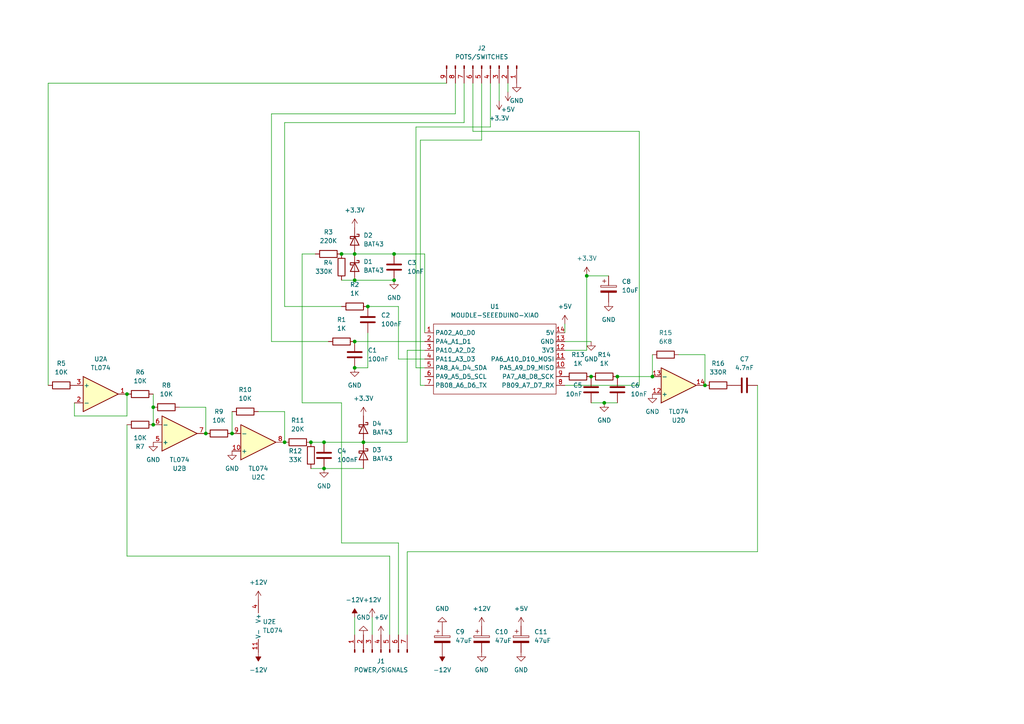
<source format=kicad_sch>
(kicad_sch (version 20230121) (generator eeschema)
  (paper "A4")
  (lib_symbols
    (symbol "Amplifier_Operational:TL074" (pin_names (offset 0.127))
      (property "Reference" "U" (at 0 5.08 0))
      (property "Value" "TL074" (at 0 -5.08 0))
      (symbol "TL074_1_1"
        (polyline (pts (xy -5.08 5.08) (xy 5.08 0) (xy -5.08 -5.08) (xy -5.08 5.08)) (stroke (width 0.254)) (fill (type background)))
        (pin output line (at 7.62 0 180) (length 2.54) (name "~") (number "1"))
        (pin input line (at -7.62 -2.54 0) (length 2.54) (name "-") (number "2"))
        (pin input line (at -7.62 2.54 0) (length 2.54) (name "+") (number "3"))
      )
      (symbol "TL074_2_1"
        (polyline (pts (xy -5.08 5.08) (xy 5.08 0) (xy -5.08 -5.08) (xy -5.08 5.08)) (stroke (width 0.254)) (fill (type background)))
        (pin input line (at -7.62 2.54 0) (length 2.54) (name "+") (number "5"))
        (pin input line (at -7.62 -2.54 0) (length 2.54) (name "-") (number "6"))
        (pin output line (at 7.62 0 180) (length 2.54) (name "~") (number "7"))
      )
      (symbol "TL074_3_1"
        (polyline (pts (xy -5.08 5.08) (xy 5.08 0) (xy -5.08 -5.08) (xy -5.08 5.08)) (stroke (width 0.254)) (fill (type background)))
        (pin input line (at -7.62 2.54 0) (length 2.54) (name "+") (number "10"))
        (pin output line (at 7.62 0 180) (length 2.54) (name "~") (number "8"))
        (pin input line (at -7.62 -2.54 0) (length 2.54) (name "-") (number "9"))
      )
      (symbol "TL074_4_1"
        (polyline (pts (xy -5.08 5.08) (xy 5.08 0) (xy -5.08 -5.08) (xy -5.08 5.08)) (stroke (width 0.254)) (fill (type background)))
        (pin input line (at -7.62 2.54 0) (length 2.54) (name "+") (number "12"))
        (pin input line (at -7.62 -2.54 0) (length 2.54) (name "-") (number "13"))
        (pin output line (at 7.62 0 180) (length 2.54) (name "~") (number "14"))
      )
      (symbol "TL074_5_1"
        (pin power_in line (at -2.54 -7.62 90) (length 3.81) (name "V-") (number "11"))
        (pin power_in line (at -2.54 7.62 270) (length 3.81) (name "V+") (number "4"))
      )
    )
    (symbol "Connector:Conn_01x07_Pin" (pin_names (offset 1.016) hide)
      (property "Reference" "J" (at 0 10.16 0))
      (property "Value" "Conn_01x07_Pin" (at 0 -10.16 0))
      (symbol "Conn_01x07_Pin_1_1"
        (polyline (pts (xy 1.27 -7.62) (xy 0.8636 -7.62)) (stroke (width 0.1524)))
        (polyline (pts (xy 1.27 -5.08) (xy 0.8636 -5.08)) (stroke (width 0.1524)))
        (polyline (pts (xy 1.27 -2.54) (xy 0.8636 -2.54)) (stroke (width 0.1524)))
        (polyline (pts (xy 1.27 0) (xy 0.8636 0)) (stroke (width 0.1524)))
        (polyline (pts (xy 1.27 2.54) (xy 0.8636 2.54)) (stroke (width 0.1524)))
        (polyline (pts (xy 1.27 5.08) (xy 0.8636 5.08)) (stroke (width 0.1524)))
        (polyline (pts (xy 1.27 7.62) (xy 0.8636 7.62)) (stroke (width 0.1524)))
        (rectangle (start 0.8636 -7.493) (end 0 -7.747) (stroke (width 0.1524)) (fill (type outline)))
        (rectangle (start 0.8636 -4.953) (end 0 -5.207) (stroke (width 0.1524)) (fill (type outline)))
        (rectangle (start 0.8636 -2.413) (end 0 -2.667) (stroke (width 0.1524)) (fill (type outline)))
        (rectangle (start 0.8636 0.127) (end 0 -0.127) (stroke (width 0.1524)) (fill (type outline)))
        (rectangle (start 0.8636 2.667) (end 0 2.413) (stroke (width 0.1524)) (fill (type outline)))
        (rectangle (start 0.8636 5.207) (end 0 4.953) (stroke (width 0.1524)) (fill (type outline)))
        (rectangle (start 0.8636 7.747) (end 0 7.493) (stroke (width 0.1524)) (fill (type outline)))
        (pin passive line (at 5.08 7.62 180) (length 3.81) (name "Pin_1") (number "1"))
        (pin passive line (at 5.08 5.08 180) (length 3.81) (name "Pin_2") (number "2"))
        (pin passive line (at 5.08 2.54 180) (length 3.81) (name "Pin_3") (number "3"))
        (pin passive line (at 5.08 0 180) (length 3.81) (name "Pin_4") (number "4"))
        (pin passive line (at 5.08 -2.54 180) (length 3.81) (name "Pin_5") (number "5"))
        (pin passive line (at 5.08 -5.08 180) (length 3.81) (name "Pin_6") (number "6"))
        (pin passive line (at 5.08 -7.62 180) (length 3.81) (name "Pin_7") (number "7"))
      )
    )
    (symbol "Connector:Conn_01x09_Pin" (pin_names (offset 1.016) hide)
      (property "Reference" "J" (at 0 12.7 0))
      (property "Value" "Conn_01x09_Pin" (at 0 -12.7 0))
      (symbol "Conn_01x09_Pin_1_1"
        (polyline (pts (xy 1.27 -10.16) (xy 0.8636 -10.16)) (stroke (width 0.1524)))
        (polyline (pts (xy 1.27 -7.62) (xy 0.8636 -7.62)) (stroke (width 0.1524)))
        (polyline (pts (xy 1.27 -5.08) (xy 0.8636 -5.08)) (stroke (width 0.1524)))
        (polyline (pts (xy 1.27 -2.54) (xy 0.8636 -2.54)) (stroke (width 0.1524)))
        (polyline (pts (xy 1.27 0) (xy 0.8636 0)) (stroke (width 0.1524)))
        (polyline (pts (xy 1.27 2.54) (xy 0.8636 2.54)) (stroke (width 0.1524)))
        (polyline (pts (xy 1.27 5.08) (xy 0.8636 5.08)) (stroke (width 0.1524)))
        (polyline (pts (xy 1.27 7.62) (xy 0.8636 7.62)) (stroke (width 0.1524)))
        (polyline (pts (xy 1.27 10.16) (xy 0.8636 10.16)) (stroke (width 0.1524)))
        (rectangle (start 0.8636 -10.033) (end 0 -10.287) (stroke (width 0.1524)) (fill (type outline)))
        (rectangle (start 0.8636 -7.493) (end 0 -7.747) (stroke (width 0.1524)) (fill (type outline)))
        (rectangle (start 0.8636 -4.953) (end 0 -5.207) (stroke (width 0.1524)) (fill (type outline)))
        (rectangle (start 0.8636 -2.413) (end 0 -2.667) (stroke (width 0.1524)) (fill (type outline)))
        (rectangle (start 0.8636 0.127) (end 0 -0.127) (stroke (width 0.1524)) (fill (type outline)))
        (rectangle (start 0.8636 2.667) (end 0 2.413) (stroke (width 0.1524)) (fill (type outline)))
        (rectangle (start 0.8636 5.207) (end 0 4.953) (stroke (width 0.1524)) (fill (type outline)))
        (rectangle (start 0.8636 7.747) (end 0 7.493) (stroke (width 0.1524)) (fill (type outline)))
        (rectangle (start 0.8636 10.287) (end 0 10.033) (stroke (width 0.1524)) (fill (type outline)))
        (pin passive line (at 5.08 10.16 180) (length 3.81) (name "Pin_1") (number "1"))
        (pin passive line (at 5.08 7.62 180) (length 3.81) (name "Pin_2") (number "2"))
        (pin passive line (at 5.08 5.08 180) (length 3.81) (name "Pin_3") (number "3"))
        (pin passive line (at 5.08 2.54 180) (length 3.81) (name "Pin_4") (number "4"))
        (pin passive line (at 5.08 0 180) (length 3.81) (name "Pin_5") (number "5"))
        (pin passive line (at 5.08 -2.54 180) (length 3.81) (name "Pin_6") (number "6"))
        (pin passive line (at 5.08 -5.08 180) (length 3.81) (name "Pin_7") (number "7"))
        (pin passive line (at 5.08 -7.62 180) (length 3.81) (name "Pin_8") (number "8"))
        (pin passive line (at 5.08 -10.16 180) (length 3.81) (name "Pin_9") (number "9"))
      )
    )
    (symbol "Device:C" (pin_numbers hide) (pin_names (offset 0.254))
      (property "Reference" "C" (at 0.635 2.54 0))
      (property "Value" "C" (at 0.635 -2.54 0))
      (symbol "C_0_1"
        (polyline (pts (xy -2.032 -0.762) (xy 2.032 -0.762)) (stroke (width 0.508)))
        (polyline (pts (xy -2.032 0.762) (xy 2.032 0.762)) (stroke (width 0.508)))
      )
      (symbol "C_1_1"
        (pin passive line (at 0 3.81 270) (length 2.794) (name "~") (number "1"))
        (pin passive line (at 0 -3.81 90) (length 2.794) (name "~") (number "2"))
      )
    )
    (symbol "Device:C_Polarized" (pin_numbers hide) (pin_names (offset 0.254))
      (property "Reference" "C" (at 0.635 2.54 0))
      (property "Value" "C_Polarized" (at 0.635 -2.54 0))
      (symbol "C_Polarized_0_1"
        (rectangle (start -2.286 0.508) (end 2.286 1.016))
        (polyline (pts (xy -1.778 2.286) (xy -0.762 2.286)))
        (polyline (pts (xy -1.27 2.794) (xy -1.27 1.778)))
        (rectangle (start 2.286 -0.508) (end -2.286 -1.016) (fill (type outline)))
      )
      (symbol "C_Polarized_1_1"
        (pin passive line (at 0 3.81 270) (length 2.794) (name "~") (number "1"))
        (pin passive line (at 0 -3.81 90) (length 2.794) (name "~") (number "2"))
      )
    )
    (symbol "Device:R" (pin_numbers hide) (pin_names (offset 0))
      (property "Reference" "R" (at 2.032 0 90))
      (property "Value" "R" (at 0 0 90))
      (symbol "R_0_1"
        (rectangle (start -1.016 -2.54) (end 1.016 2.54) (stroke (width 0.254)))
      )
      (symbol "R_1_1"
        (pin passive line (at 0 3.81 270) (length 1.27) (name "~") (number "1"))
        (pin passive line (at 0 -3.81 90) (length 1.27) (name "~") (number "2"))
      )
    )
    (symbol "Diode:BAT43" (pin_numbers hide) (pin_names (offset 1.016) hide)
      (property "Reference" "D" (at 0 2.54 0))
      (property "Value" "BAT43" (at 0 -2.54 0))
      (symbol "BAT43_0_1"
        (polyline (pts (xy 1.27 0) (xy -1.27 0)))
        (polyline (pts (xy 1.27 1.27) (xy 1.27 -1.27) (xy -1.27 0) (xy 1.27 1.27)) (stroke (width 0.254)))
        (polyline (pts (xy -1.905 0.635) (xy -1.905 1.27) (xy -1.27 1.27) (xy -1.27 -1.27) (xy -0.635 -1.27) (xy -0.635 -0.635)) (stroke (width 0.254)))
      )
      (symbol "BAT43_1_1"
        (pin passive line (at -3.81 0 0) (length 2.54) (name "K") (number "1"))
        (pin passive line (at 3.81 0 180) (length 2.54) (name "A") (number "2"))
      )
    )
    (symbol "MOUDLE-SEEEDUINO-XIAO:MOUDLE-SEEEDUINO-XIAO"
      (property "Reference" "U" (at -16.51 11.43 0))
      (property "Value" "MOUDLE-SEEEDUINO-XIAO" (at -3.81 -11.43 0))
      (symbol "MOUDLE-SEEEDUINO-XIAO_0_1"
        (rectangle (start -16.51 10.16) (end 19.05 -10.16))
      )
      (symbol "MOUDLE-SEEEDUINO-XIAO_1_1"
        (pin passive line (at -19.05 7.62 0) (length 2.54) (name "PA02_A0_D0") (number "1"))
        (pin passive line (at 21.59 -2.54 180) (length 2.54) (name "PA5_A9_D9_MISO") (number "10"))
        (pin passive line (at 21.59 0 180) (length 2.54) (name "PA6_A10_D10_MOSI") (number "11"))
        (pin passive line (at 21.59 2.54 180) (length 2.54) (name "3V3") (number "12"))
        (pin passive line (at 21.59 5.08 180) (length 2.54) (name "GND") (number "13"))
        (pin passive line (at 21.59 7.62 180) (length 2.54) (name "5V") (number "14"))
        (pin passive line (at -19.05 5.08 0) (length 2.54) (name "PA4_A1_D1") (number "2"))
        (pin passive line (at -19.05 2.54 0) (length 2.54) (name "PA10_A2_D2") (number "3"))
        (pin passive line (at -19.05 0 0) (length 2.54) (name "PA11_A3_D3") (number "4"))
        (pin passive line (at -19.05 -2.54 0) (length 2.54) (name "PA8_A4_D4_SDA") (number "5"))
        (pin passive line (at -19.05 -5.08 0) (length 2.54) (name "PA9_A5_D5_SCL") (number "6"))
        (pin passive line (at -19.05 -7.62 0) (length 2.54) (name "PB08_A6_D6_TX") (number "7"))
        (pin passive line (at 21.59 -7.62 180) (length 2.54) (name "PB09_A7_D7_RX") (number "8"))
        (pin passive line (at 21.59 -5.08 180) (length 2.54) (name "PA7_A8_D8_SCK") (number "9"))
      )
    )
    (symbol "power:+12V" (power) (pin_names (offset 0))
      (property "Value" "+12V" (at 0 3.556 0))
      (symbol "+12V_0_1"
        (polyline (pts (xy -0.762 1.27) (xy 0 2.54)))
        (polyline (pts (xy 0 0) (xy 0 2.54)))
        (polyline (pts (xy 0 2.54) (xy 0.762 1.27)))
      )
      (symbol "+12V_1_1"
        (pin power_in line (at 0 0 90) (length 0) hide (name "+12V") (number "1"))
      )
    )
    (symbol "power:+3.3V" (power) (pin_names (offset 0))
      (property "Value" "+3.3V" (at 0 3.556 0))
      (symbol "+3.3V_0_1"
        (polyline (pts (xy -0.762 1.27) (xy 0 2.54)))
        (polyline (pts (xy 0 0) (xy 0 2.54)))
        (polyline (pts (xy 0 2.54) (xy 0.762 1.27)))
      )
      (symbol "+3.3V_1_1"
        (pin power_in line (at 0 0 90) (length 0) hide (name "+3.3V") (number "1"))
      )
    )
    (symbol "power:+5V" (power) (pin_names (offset 0))
      (property "Value" "+5V" (at 0 3.556 0))
      (symbol "+5V_0_1"
        (polyline (pts (xy -0.762 1.27) (xy 0 2.54)))
        (polyline (pts (xy 0 0) (xy 0 2.54)))
        (polyline (pts (xy 0 2.54) (xy 0.762 1.27)))
      )
      (symbol "+5V_1_1"
        (pin power_in line (at 0 0 90) (length 0) hide (name "+5V") (number "1"))
      )
    )
    (symbol "power:-12V" (power) (pin_names (offset 0))
      (property "Value" "-12V" (at 0 3.81 0))
      (symbol "-12V_0_0"
        (pin power_in line (at 0 0 90) (length 0) hide (name "-12V") (number "1"))
      )
      (symbol "-12V_0_1"
        (polyline (pts (xy 0 0) (xy 0 1.27) (xy 0.762 1.27) (xy 0 2.54) (xy -0.762 1.27) (xy 0 1.27)) (fill (type outline)))
      )
    )
    (symbol "power:GND" (power) (pin_names (offset 0))
      (property "Value" "GND" (at 0 -3.81 0))
      (symbol "GND_0_1"
        (polyline (pts (xy 0 0) (xy 0 -1.27) (xy 1.27 -1.27) (xy 0 -2.54) (xy -1.27 -1.27) (xy 0 -1.27)))
      )
      (symbol "GND_1_1"
        (pin power_in line (at 0 0 270) (length 0) hide (name "GND") (number "1"))
      )
    )
  )
  (junction (at 93.98 135.89))
  (junction (at 102.87 99.06))
  (junction (at 175.26 116.84))
  (junction (at 93.98 128.27))
  (junction (at 102.87 106.68))
  (junction (at 179.07 109.22))
  (junction (at 44.45 123.19))
  (junction (at 99.06 73.66))
  (junction (at 67.31 125.73))
  (junction (at 105.41 128.27))
  (junction (at 36.83 114.3))
  (junction (at 106.68 88.9))
  (junction (at 90.17 128.27))
  (junction (at 114.3 81.28))
  (junction (at 204.47 111.76))
  (junction (at 44.45 118.11))
  (junction (at 102.87 81.28))
  (junction (at 171.45 109.22))
  (junction (at 82.55 128.27))
  (junction (at 170.18 80.01))
  (junction (at 189.23 109.22))
  (junction (at 114.3 73.66))
  (junction (at 102.87 73.66))
  (junction (at 59.69 125.73))
  (wire (pts (xy 106.68 106.68) (xy 102.87 106.68)))
  (wire (pts (xy 163.83 99.06) (xy 171.45 99.06)))
  (wire (pts (xy 120.65 36.83) (xy 142.24 36.83)))
  (wire (pts (xy 95.25 99.06) (xy 78.74 99.06)))
  (wire (pts (xy 91.44 73.66) (xy 87.63 73.66)))
  (wire (pts (xy 87.63 73.66) (xy 87.63 116.84)))
  (wire (pts (xy 189.23 102.87) (xy 189.23 109.22)))
  (wire (pts (xy 87.63 116.84) (xy 99.06 116.84)))
  (wire (pts (xy 185.42 111.76) (xy 185.42 38.1)))
  (wire (pts (xy 179.07 109.22) (xy 189.23 109.22)))
  (wire (pts (xy 115.57 88.9) (xy 106.68 88.9)))
  (wire (pts (xy 82.55 119.38) (xy 82.55 128.27)))
  (wire (pts (xy 139.7 40.64) (xy 139.7 24.13)))
  (wire (pts (xy 196.85 102.87) (xy 204.47 102.87)))
  (wire (pts (xy 78.74 99.06) (xy 78.74 33.02)))
  (wire (pts (xy 134.62 35.56) (xy 134.62 24.13)))
  (wire (pts (xy 107.95 179.07) (xy 107.95 184.15)))
  (wire (pts (xy 121.92 40.64) (xy 139.7 40.64)))
  (wire (pts (xy 99.06 88.9) (xy 82.55 88.9)))
  (wire (pts (xy 93.98 135.89) (xy 105.41 135.89)))
  (wire (pts (xy 99.06 73.66) (xy 102.87 73.66)))
  (wire (pts (xy 219.71 111.76) (xy 219.71 160.02)))
  (wire (pts (xy 102.87 99.06) (xy 123.19 99.06)))
  (wire (pts (xy 219.71 160.02) (xy 118.11 160.02)))
  (wire (pts (xy 163.83 93.98) (xy 163.83 96.52)))
  (wire (pts (xy 13.97 111.76) (xy 13.97 24.13)))
  (wire (pts (xy 163.83 101.6) (xy 170.18 101.6)))
  (wire (pts (xy 171.45 116.84) (xy 175.26 116.84)))
  (wire (pts (xy 123.19 106.68) (xy 120.65 106.68)))
  (wire (pts (xy 102.87 81.28) (xy 114.3 81.28)))
  (wire (pts (xy 44.45 118.11) (xy 44.45 123.19)))
  (wire (pts (xy 99.06 81.28) (xy 102.87 81.28)))
  (wire (pts (xy 204.47 102.87) (xy 204.47 111.76)))
  (wire (pts (xy 78.74 33.02) (xy 132.08 33.02)))
  (wire (pts (xy 99.06 116.84) (xy 99.06 157.48)))
  (wire (pts (xy 121.92 111.76) (xy 121.92 40.64)))
  (wire (pts (xy 67.31 119.38) (xy 67.31 125.73)))
  (wire (pts (xy 36.83 120.65) (xy 36.83 114.3)))
  (wire (pts (xy 82.55 35.56) (xy 134.62 35.56)))
  (wire (pts (xy 137.16 38.1) (xy 137.16 24.13)))
  (wire (pts (xy 163.83 111.76) (xy 185.42 111.76)))
  (wire (pts (xy 115.57 104.14) (xy 115.57 88.9)))
  (wire (pts (xy 36.83 123.19) (xy 36.83 161.29)))
  (wire (pts (xy 170.18 80.01) (xy 176.53 80.01)))
  (wire (pts (xy 99.06 157.48) (xy 115.57 157.48)))
  (wire (pts (xy 132.08 33.02) (xy 132.08 24.13)))
  (wire (pts (xy 74.93 119.38) (xy 82.55 119.38)))
  (wire (pts (xy 118.11 128.27) (xy 105.41 128.27)))
  (wire (pts (xy 93.98 128.27) (xy 105.41 128.27)))
  (wire (pts (xy 36.83 161.29) (xy 113.03 161.29)))
  (wire (pts (xy 52.07 118.11) (xy 59.69 118.11)))
  (wire (pts (xy 142.24 36.83) (xy 142.24 24.13)))
  (wire (pts (xy 175.26 116.84) (xy 179.07 116.84)))
  (wire (pts (xy 123.19 101.6) (xy 118.11 101.6)))
  (wire (pts (xy 147.32 24.13) (xy 147.32 26.67)))
  (wire (pts (xy 185.42 38.1) (xy 137.16 38.1)))
  (wire (pts (xy 170.18 101.6) (xy 170.18 80.01)))
  (wire (pts (xy 123.19 73.66) (xy 114.3 73.66)))
  (wire (pts (xy 13.97 24.13) (xy 129.54 24.13)))
  (wire (pts (xy 90.17 128.27) (xy 93.98 128.27)))
  (wire (pts (xy 106.68 96.52) (xy 106.68 106.68)))
  (wire (pts (xy 59.69 118.11) (xy 59.69 125.73)))
  (wire (pts (xy 123.19 104.14) (xy 115.57 104.14)))
  (wire (pts (xy 123.19 111.76) (xy 121.92 111.76)))
  (wire (pts (xy 118.11 101.6) (xy 118.11 128.27)))
  (wire (pts (xy 118.11 160.02) (xy 118.11 184.15)))
  (wire (pts (xy 21.59 116.84) (xy 21.59 120.65)))
  (wire (pts (xy 21.59 120.65) (xy 36.83 120.65)))
  (wire (pts (xy 44.45 114.3) (xy 44.45 118.11)))
  (wire (pts (xy 113.03 161.29) (xy 113.03 184.15)))
  (wire (pts (xy 144.78 24.13) (xy 144.78 29.21)))
  (wire (pts (xy 102.87 179.07) (xy 102.87 184.15)))
  (wire (pts (xy 120.65 106.68) (xy 120.65 36.83)))
  (wire (pts (xy 102.87 73.66) (xy 114.3 73.66)))
  (wire (pts (xy 82.55 88.9) (xy 82.55 35.56)))
  (wire (pts (xy 90.17 135.89) (xy 93.98 135.89)))
  (wire (pts (xy 123.19 96.52) (xy 123.19 73.66)))
  (wire (pts (xy 115.57 157.48) (xy 115.57 184.15)))
  (symbol (lib_id "Amplifier_Operational:TL074") (at 196.85 111.76 0) (mirror x) (unit 4)
    (property "Reference" "U2" (at 196.85 121.92 0))
    (property "Value" "TL074" (at 196.85 119.38 0))
    (property "Footprint" "Package_DIP:DIP-14_W7.62mm_Socket" (effects hide))
    (property "Datasheet" "http://www.ti.com/lit/ds/symlink/tl071.pdf" (effects hide))
  )
  (symbol (lib_id "power:+3.3V") (at 144.78 29.21 0) (mirror x) (unit 1)
    (property "Reference" "#PWR028" (effects hide))
    (property "Value" "+3.3V" (at 144.78 34.29 0))
  )
  (symbol (lib_id "Device:R") (at 95.25 73.66 270) (unit 1)
    (property "Reference" "R3" (at 95.25 67.31 90))
    (property "Value" "220K" (at 95.25 69.85 90))
    (property "Footprint" "Resistor_THT:R_Axial_DIN0411_L9.9mm_D3.6mm_P15.24mm_Horizontal" (effects hide))
  )
  (symbol (lib_id "power:+3.3V") (at 102.87 66.04 0) (unit 1)
    (property "Reference" "#PWR03" (effects hide))
    (property "Value" "+3.3V" (at 102.87 60.96 0))
  )
  (symbol (lib_id "Device:C_Polarized") (at 151.13 185.42 0) (unit 1)
    (property "Reference" "C11" (at 154.94 183.261 0) (effects (justify left)))
    (property "Value" "47uF" (at 154.94 185.801 0) (effects (justify left)))
    (property "Footprint" "Capacitor_THT:CP_Radial_D5.0mm_P2.00mm" (effects hide))
  )
  (symbol (lib_id "power:+5V") (at 151.13 181.61 0) (unit 1)
    (property "Reference" "#PWR020" (effects hide))
    (property "Value" "+5V" (at 151.13 176.53 0))
  )
  (symbol (lib_id "Device:C") (at 171.45 113.03 0) (mirror y) (unit 1)
    (property "Reference" "C5" (at 168.91 111.76 0) (effects (justify left)))
    (property "Value" "10nF" (at 168.91 114.3 0) (effects (justify left)))
    (property "Footprint" "Capacitor_THT:C_Disc_D4.7mm_W2.5mm_P5.00mm" (effects hide))
  )
  (symbol (lib_id "Diode:BAT43") (at 102.87 69.85 270) (unit 1)
    (property "Reference" "D2" (at 105.41 68.2625 90) (effects (justify left)))
    (property "Value" "BAT43" (at 105.41 70.8025 90) (effects (justify left)))
    (property "Footprint" "Diode_THT:D_DO-35_SOD27_P10.16mm_Horizontal" (effects hide))
    (property "Datasheet" "http://www.vishay.com/docs/85660/bat42.pdf" (effects hide))
  )
  (symbol (lib_id "Device:C") (at 179.07 113.03 0) (unit 1)
    (property "Reference" "C6" (at 182.88 111.76 0) (effects (justify left)))
    (property "Value" "10nF" (at 182.88 114.3 0) (effects (justify left)))
    (property "Footprint" "Capacitor_THT:C_Disc_D4.7mm_W2.5mm_P5.00mm" (effects hide))
  )
  (symbol (lib_id "Device:R") (at 99.06 99.06 270) (unit 1)
    (property "Reference" "R1" (at 99.06 92.71 90))
    (property "Value" "1K" (at 99.06 95.25 90))
    (property "Footprint" "Resistor_THT:R_Axial_DIN0411_L9.9mm_D3.6mm_P15.24mm_Horizontal" (effects hide))
  )
  (symbol (lib_id "Amplifier_Operational:TL074") (at 74.93 128.27 0) (mirror x) (unit 3)
    (property "Reference" "U2" (at 74.93 138.43 0))
    (property "Value" "TL074" (at 74.93 135.89 0))
    (property "Footprint" "Package_DIP:DIP-14_W7.62mm_Socket" (effects hide))
    (property "Datasheet" "http://www.ti.com/lit/ds/symlink/tl071.pdf" (effects hide))
  )
  (symbol (lib_id "power:+5V") (at 163.83 93.98 0) (unit 1)
    (property "Reference" "#PWR010" (effects hide))
    (property "Value" "+5V" (at 163.83 88.9 0))
  )
  (symbol (lib_id "Device:C") (at 215.9 111.76 270) (unit 1)
    (property "Reference" "C7" (at 215.9 104.14 90))
    (property "Value" "4.7nF" (at 215.9 106.68 90))
    (property "Footprint" "Capacitor_THT:C_Disc_D4.7mm_W2.5mm_P5.00mm" (effects hide))
  )
  (symbol (lib_id "Device:R") (at 48.26 118.11 270) (unit 1)
    (property "Reference" "R8" (at 48.26 111.76 90))
    (property "Value" "10K" (at 48.26 114.3 90))
    (property "Footprint" "Resistor_THT:R_Axial_DIN0411_L9.9mm_D3.6mm_P15.24mm_Horizontal" (effects hide))
  )
  (symbol (lib_id "power:GND") (at 171.45 99.06 0) (unit 1)
    (property "Reference" "#PWR09" (effects hide))
    (property "Value" "GND" (at 171.45 104.14 0))
  )
  (symbol (lib_id "Diode:BAT43") (at 102.87 77.47 270) (unit 1)
    (property "Reference" "D1" (at 105.41 75.8825 90) (effects (justify left)))
    (property "Value" "BAT43" (at 105.41 78.4225 90) (effects (justify left)))
    (property "Footprint" "Diode_THT:D_DO-35_SOD27_P10.16mm_Horizontal" (effects hide))
    (property "Datasheet" "http://www.vishay.com/docs/85660/bat42.pdf" (effects hide))
  )
  (symbol (lib_id "Diode:BAT43") (at 105.41 124.46 270) (unit 1)
    (property "Reference" "D4" (at 107.95 122.8725 90) (effects (justify left)))
    (property "Value" "BAT43" (at 107.95 125.4125 90) (effects (justify left)))
    (property "Footprint" "Diode_THT:D_DO-35_SOD27_P10.16mm_Horizontal" (effects hide))
    (property "Datasheet" "http://www.vishay.com/docs/85660/bat42.pdf" (effects hide))
  )
  (symbol (lib_id "Device:R") (at 208.28 111.76 270) (unit 1)
    (property "Reference" "R16" (at 208.28 105.41 90))
    (property "Value" "330R" (at 208.28 107.95 90))
    (property "Footprint" "Resistor_THT:R_Axial_DIN0411_L9.9mm_D3.6mm_P15.24mm_Horizontal" (effects hide))
  )
  (symbol (lib_id "Device:R") (at 99.06 77.47 0) (mirror y) (unit 1)
    (property "Reference" "R4" (at 96.52 76.2 0) (effects (justify left)))
    (property "Value" "330K" (at 96.52 78.74 0) (effects (justify left)))
    (property "Footprint" "Resistor_THT:R_Axial_DIN0411_L9.9mm_D3.6mm_P15.24mm_Horizontal" (effects hide))
  )
  (symbol (lib_id "Amplifier_Operational:TL074") (at 77.47 181.61 0) (unit 5)
    (property "Reference" "U2" (at 76.2 180.34 0) (effects (justify left)))
    (property "Value" "TL074" (at 76.2 182.88 0) (effects (justify left)))
    (property "Footprint" "Package_DIP:DIP-14_W7.62mm_Socket" (effects hide))
    (property "Datasheet" "http://www.ti.com/lit/ds/symlink/tl071.pdf" (effects hide))
  )
  (symbol (lib_id "Device:C") (at 102.87 102.87 0) (unit 1)
    (property "Reference" "C1" (at 106.68 101.6 0) (effects (justify left)))
    (property "Value" "100nF" (at 106.68 104.14 0) (effects (justify left)))
    (property "Footprint" "Capacitor_THT:C_Disc_D4.7mm_W2.5mm_P5.00mm" (effects hide))
  )
  (symbol (lib_id "power:-12V") (at 74.93 189.23 0) (mirror x) (unit 1)
    (property "Reference" "#PWR025" (effects hide))
    (property "Value" "-12V" (at 74.93 194.31 0))
  )
  (symbol (lib_id "Device:C") (at 106.68 92.71 0) (unit 1)
    (property "Reference" "C2" (at 110.49 91.44 0) (effects (justify left)))
    (property "Value" "100nF" (at 110.49 93.98 0) (effects (justify left)))
    (property "Footprint" "Capacitor_THT:C_Disc_D4.7mm_W2.5mm_P5.00mm" (effects hide))
  )
  (symbol (lib_id "power:GND") (at 151.13 189.23 0) (unit 1)
    (property "Reference" "#PWR023" (effects hide))
    (property "Value" "GND" (at 151.13 194.31 0))
  )
  (symbol (lib_id "Device:R") (at 63.5 125.73 270) (unit 1)
    (property "Reference" "R9" (at 63.5 119.38 90))
    (property "Value" "10K" (at 63.5 121.92 90))
    (property "Footprint" "Resistor_THT:R_Axial_DIN0411_L9.9mm_D3.6mm_P15.24mm_Horizontal" (effects hide))
  )
  (symbol (lib_id "Device:R") (at 175.26 109.22 270) (unit 1)
    (property "Reference" "R14" (at 175.26 102.87 90))
    (property "Value" "1K" (at 175.26 105.41 90))
    (property "Footprint" "Resistor_THT:R_Axial_DIN0411_L9.9mm_D3.6mm_P15.24mm_Horizontal" (effects hide))
  )
  (symbol (lib_id "power:GND") (at 176.53 87.63 0) (unit 1)
    (property "Reference" "#PWR011" (effects hide))
    (property "Value" "GND" (at 176.53 92.71 0))
  )
  (symbol (lib_id "Diode:BAT43") (at 105.41 132.08 270) (unit 1)
    (property "Reference" "D3" (at 107.95 130.4925 90) (effects (justify left)))
    (property "Value" "BAT43" (at 107.95 133.0325 90) (effects (justify left)))
    (property "Footprint" "Diode_THT:D_DO-35_SOD27_P10.16mm_Horizontal" (effects hide))
    (property "Datasheet" "http://www.vishay.com/docs/85660/bat42.pdf" (effects hide))
  )
  (symbol (lib_id "power:-12V") (at 102.87 179.07 0) (unit 1)
    (property "Reference" "#PWR017" (effects hide))
    (property "Value" "-12V" (at 102.87 173.99 0))
  )
  (symbol (lib_id "power:+3.3V") (at 105.41 120.65 0) (unit 1)
    (property "Reference" "#PWR07" (effects hide))
    (property "Value" "+3.3V" (at 105.41 115.57 0))
  )
  (symbol (lib_id "power:+12V") (at 74.93 173.99 0) (unit 1)
    (property "Reference" "#PWR024" (effects hide))
    (property "Value" "+12V" (at 74.93 168.91 0))
  )
  (symbol (lib_id "power:GND") (at 67.31 130.81 0) (unit 1)
    (property "Reference" "#PWR05" (effects hide))
    (property "Value" "GND" (at 67.31 135.89 0))
  )
  (symbol (lib_id "Device:C_Polarized") (at 128.27 185.42 0) (unit 1)
    (property "Reference" "C9" (at 132.08 183.261 0) (effects (justify left)))
    (property "Value" "47uF" (at 132.08 185.801 0) (effects (justify left)))
    (property "Footprint" "Capacitor_THT:CP_Radial_D5.0mm_P2.00mm" (effects hide))
  )
  (symbol (lib_id "Amplifier_Operational:TL074") (at 52.07 125.73 0) (mirror x) (unit 2)
    (property "Reference" "U2" (at 52.07 135.89 0))
    (property "Value" "TL074" (at 52.07 133.35 0))
    (property "Footprint" "Package_DIP:DIP-14_W7.62mm_Socket" (effects hide))
    (property "Datasheet" "http://www.ti.com/lit/ds/symlink/tl071.pdf" (effects hide))
  )
  (symbol (lib_id "power:-12V") (at 128.27 189.23 0) (mirror x) (unit 1)
    (property "Reference" "#PWR018" (effects hide))
    (property "Value" "-12V" (at 128.27 194.31 0))
  )
  (symbol (lib_id "Amplifier_Operational:TL074") (at 29.21 114.3 0) (unit 1)
    (property "Reference" "U2" (at 29.21 104.14 0))
    (property "Value" "TL074" (at 29.21 106.68 0))
    (property "Footprint" "Package_DIP:DIP-14_W7.62mm_Socket" (effects hide))
    (property "Datasheet" "http://www.ti.com/lit/ds/symlink/tl071.pdf" (effects hide))
  )
  (symbol (lib_id "power:GND") (at 139.7 189.23 0) (unit 1)
    (property "Reference" "#PWR022" (effects hide))
    (property "Value" "GND" (at 139.7 194.31 0))
  )
  (symbol (lib_id "power:GND") (at 128.27 181.61 0) (mirror x) (unit 1)
    (property "Reference" "#PWR021" (effects hide))
    (property "Value" "GND" (at 128.27 176.53 0))
  )
  (symbol (lib_id "power:GND") (at 44.45 128.27 0) (unit 1)
    (property "Reference" "#PWR04" (effects hide))
    (property "Value" "GND" (at 44.45 133.35 0))
  )
  (symbol (lib_id "power:+3.3V") (at 170.18 80.01 0) (unit 1)
    (property "Reference" "#PWR08" (effects hide))
    (property "Value" "+3.3V" (at 170.18 74.93 0))
  )
  (symbol (lib_id "Device:R") (at 86.36 128.27 270) (unit 1)
    (property "Reference" "R11" (at 86.36 121.92 90))
    (property "Value" "20K" (at 86.36 124.46 90))
    (property "Footprint" "Resistor_THT:R_Axial_DIN0411_L9.9mm_D3.6mm_P15.24mm_Horizontal" (effects hide))
  )
  (symbol (lib_id "Device:R") (at 90.17 132.08 0) (mirror y) (unit 1)
    (property "Reference" "R12" (at 87.63 130.81 0) (effects (justify left)))
    (property "Value" "33K" (at 87.63 133.35 0) (effects (justify left)))
    (property "Footprint" "Resistor_THT:R_Axial_DIN0411_L9.9mm_D3.6mm_P15.24mm_Horizontal" (effects hide))
  )
  (symbol (lib_id "Device:R") (at 193.04 102.87 270) (unit 1)
    (property "Reference" "R15" (at 193.04 96.52 90))
    (property "Value" "6K8" (at 193.04 99.06 90))
    (property "Footprint" "Resistor_THT:R_Axial_DIN0411_L9.9mm_D3.6mm_P15.24mm_Horizontal" (effects hide))
  )
  (symbol (lib_id "Device:C") (at 114.3 77.47 0) (unit 1)
    (property "Reference" "C3" (at 118.11 76.2 0) (effects (justify left)))
    (property "Value" "10nF" (at 118.11 78.74 0) (effects (justify left)))
    (property "Footprint" "Capacitor_THT:C_Disc_D4.7mm_W2.5mm_P5.00mm" (effects hide))
  )
  (symbol (lib_id "Device:R") (at 71.12 119.38 270) (unit 1)
    (property "Reference" "R10" (at 71.12 113.03 90))
    (property "Value" "10K" (at 71.12 115.57 90))
    (property "Footprint" "Resistor_THT:R_Axial_DIN0411_L9.9mm_D3.6mm_P15.24mm_Horizontal" (effects hide))
  )
  (symbol (lib_id "Device:C_Polarized") (at 139.7 185.42 0) (unit 1)
    (property "Reference" "C10" (at 143.51 183.261 0) (effects (justify left)))
    (property "Value" "47uF" (at 143.51 185.801 0) (effects (justify left)))
    (property "Footprint" "Capacitor_THT:CP_Radial_D5.0mm_P2.00mm" (effects hide))
  )
  (symbol (lib_id "power:GND") (at 93.98 135.89 0) (unit 1)
    (property "Reference" "#PWR06" (effects hide))
    (property "Value" "GND" (at 93.98 140.97 0))
  )
  (symbol (lib_id "MOUDLE-SEEEDUINO-XIAO:MOUDLE-SEEEDUINO-XIAO") (at 142.24 104.14 0) (unit 1)
    (property "Reference" "U1" (at 143.51 88.9 0))
    (property "Value" "MOUDLE-SEEEDUINO-XIAO" (at 143.51 91.44 0))
    (property "Footprint" "footprints:MOUDLE14P-2.54-21X17.8MM" (effects hide))
  )
  (symbol (lib_id "power:+12V") (at 139.7 181.61 0) (unit 1)
    (property "Reference" "#PWR019" (effects hide))
    (property "Value" "+12V" (at 139.7 176.53 0))
  )
  (symbol (lib_id "Connector:Conn_01x09_Pin") (at 139.7 19.05 270) (unit 1)
    (property "Reference" "J2" (at 139.7 13.97 90))
    (property "Value" "POTS/SWITCHES" (at 139.7 16.51 90))
    (property "Footprint" "Connector_PinHeader_2.54mm:PinHeader_1x09_P2.54mm_Horizontal" (effects hide))
  )
  (symbol (lib_id "power:+5V") (at 147.32 26.67 0) (mirror x) (unit 1)
    (property "Reference" "#PWR027" (effects hide))
    (property "Value" "+5V" (at 147.32 31.75 0))
  )
  (symbol (lib_id "Device:R") (at 167.64 109.22 270) (unit 1)
    (property "Reference" "R13" (at 167.64 102.87 90))
    (property "Value" "1K" (at 167.64 105.41 90))
    (property "Footprint" "Resistor_THT:R_Axial_DIN0411_L9.9mm_D3.6mm_P15.24mm_Horizontal" (effects hide))
  )
  (symbol (lib_id "Device:R") (at 102.87 88.9 270) (unit 1)
    (property "Reference" "R2" (at 102.87 82.55 90))
    (property "Value" "1K" (at 102.87 85.09 90))
    (property "Footprint" "Resistor_THT:R_Axial_DIN0411_L9.9mm_D3.6mm_P15.24mm_Horizontal" (effects hide))
  )
  (symbol (lib_id "Device:C") (at 93.98 132.08 0) (unit 1)
    (property "Reference" "C4" (at 97.79 130.81 0) (effects (justify left)))
    (property "Value" "100nF" (at 97.79 133.35 0) (effects (justify left)))
    (property "Footprint" "Capacitor_THT:C_Disc_D4.7mm_W2.5mm_P5.00mm" (effects hide))
  )
  (symbol (lib_id "Device:R") (at 40.64 114.3 270) (unit 1)
    (property "Reference" "R6" (at 40.64 107.95 90))
    (property "Value" "10K" (at 40.64 110.49 90))
    (property "Footprint" "Resistor_THT:R_Axial_DIN0411_L9.9mm_D3.6mm_P15.24mm_Horizontal" (effects hide))
  )
  (symbol (lib_id "power:GND") (at 102.87 106.68 0) (unit 1)
    (property "Reference" "#PWR01" (effects hide))
    (property "Value" "GND" (at 102.87 111.76 0))
  )
  (symbol (lib_id "power:GND") (at 149.86 24.13 0) (unit 1)
    (property "Reference" "#PWR026" (effects hide))
    (property "Value" "GND" (at 149.86 29.21 0))
  )
  (symbol (lib_id "power:+5V") (at 110.49 184.15 0) (unit 1)
    (property "Reference" "#PWR015" (effects hide))
    (property "Value" "+5V" (at 110.49 179.07 0))
  )
  (symbol (lib_id "Device:R") (at 17.78 111.76 270) (unit 1)
    (property "Reference" "R5" (at 17.78 105.41 90))
    (property "Value" "10K" (at 17.78 107.95 90))
    (property "Footprint" "Resistor_THT:R_Axial_DIN0411_L9.9mm_D3.6mm_P15.24mm_Horizontal" (effects hide))
  )
  (symbol (lib_id "power:GND") (at 105.41 184.15 0) (mirror x) (unit 1)
    (property "Reference" "#PWR014" (effects hide))
    (property "Value" "GND" (at 105.41 179.07 0))
  )
  (symbol (lib_id "power:+12V") (at 107.95 179.07 0) (unit 1)
    (property "Reference" "#PWR016" (effects hide))
    (property "Value" "+12V" (at 107.95 173.99 0))
  )
  (symbol (lib_id "Device:R") (at 40.64 123.19 270) (mirror x) (unit 1)
    (property "Reference" "R7" (at 40.64 129.54 90))
    (property "Value" "10K" (at 40.64 127 90))
    (property "Footprint" "Resistor_THT:R_Axial_DIN0411_L9.9mm_D3.6mm_P15.24mm_Horizontal" (effects hide))
  )
  (symbol (lib_id "Device:C_Polarized") (at 176.53 83.82 0) (unit 1)
    (property "Reference" "C8" (at 180.34 81.661 0) (effects (justify left)))
    (property "Value" "10uF" (at 180.34 84.201 0) (effects (justify left)))
    (property "Footprint" "Capacitor_THT:CP_Radial_D5.0mm_P2.50mm" (effects hide))
  )
  (symbol (lib_id "power:GND") (at 114.3 81.28 0) (unit 1)
    (property "Reference" "#PWR02" (effects hide))
    (property "Value" "GND" (at 114.3 86.36 0))
  )
  (symbol (lib_id "Connector:Conn_01x07_Pin") (at 110.49 189.23 90) (unit 1)
    (property "Reference" "J1" (at 110.49 191.77 90))
    (property "Value" "POWER/SIGNALS" (at 110.49 194.31 90))
    (property "Footprint" "Connector_PinHeader_2.54mm:PinHeader_1x07_P2.54mm_Horizontal" (effects hide))
  )
  (symbol (lib_id "power:GND") (at 175.26 116.84 0) (unit 1)
    (property "Reference" "#PWR012" (effects hide))
    (property "Value" "GND" (at 175.26 121.92 0))
  )
  (symbol (lib_id "power:GND") (at 189.23 114.3 0) (unit 1)
    (property "Reference" "#PWR013" (effects hide))
    (property "Value" "GND" (at 189.23 119.38 0))
  )
)
</source>
